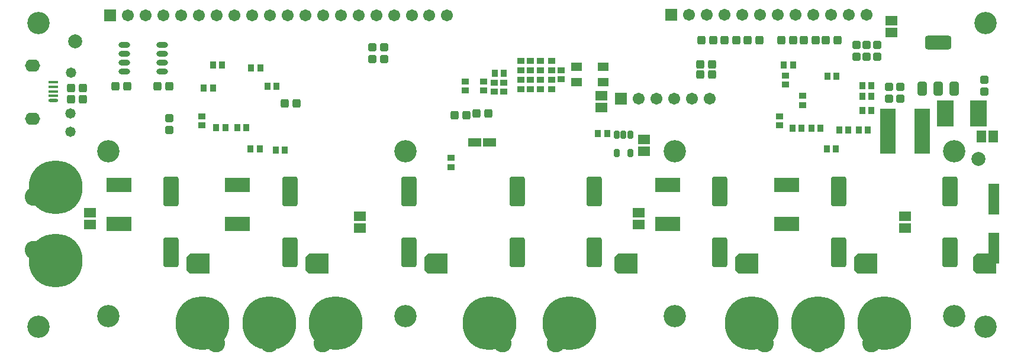
<source format=gbs>
G04*
G04 #@! TF.GenerationSoftware,Altium Limited,Altium Designer,22.0.2 (36)*
G04*
G04 Layer_Color=16711935*
%FSLAX25Y25*%
%MOIN*%
G70*
G04*
G04 #@! TF.SameCoordinates,06085A55-5152-446A-B416-8F2777D31781*
G04*
G04*
G04 #@! TF.FilePolarity,Negative*
G04*
G01*
G75*
%ADD45R,0.07493X0.04737*%
%ADD46C,0.07874*%
G04:AMPARAMS|DCode=47|XSize=47.37mil|YSize=43.43mil|CornerRadius=8.43mil|HoleSize=0mil|Usage=FLASHONLY|Rotation=180.000|XOffset=0mil|YOffset=0mil|HoleType=Round|Shape=RoundedRectangle|*
%AMROUNDEDRECTD47*
21,1,0.04737,0.02657,0,0,180.0*
21,1,0.03051,0.04343,0,0,180.0*
1,1,0.01686,-0.01526,0.01329*
1,1,0.01686,0.01526,0.01329*
1,1,0.01686,0.01526,-0.01329*
1,1,0.01686,-0.01526,-0.01329*
%
%ADD47ROUNDEDRECTD47*%
G04:AMPARAMS|DCode=48|XSize=47.37mil|YSize=43.43mil|CornerRadius=8.43mil|HoleSize=0mil|Usage=FLASHONLY|Rotation=270.000|XOffset=0mil|YOffset=0mil|HoleType=Round|Shape=RoundedRectangle|*
%AMROUNDEDRECTD48*
21,1,0.04737,0.02657,0,0,270.0*
21,1,0.03051,0.04343,0,0,270.0*
1,1,0.01686,-0.01329,-0.01526*
1,1,0.01686,-0.01329,0.01526*
1,1,0.01686,0.01329,0.01526*
1,1,0.01686,0.01329,-0.01526*
%
%ADD48ROUNDEDRECTD48*%
%ADD57R,0.03556X0.04147*%
%ADD58R,0.04147X0.03556*%
%ADD61O,0.08500X0.06900*%
%ADD62C,0.06706*%
%ADD63C,0.30328*%
%ADD64C,0.12611*%
%ADD65R,0.06706X0.06706*%
%ADD66C,0.10249*%
%ADD109R,0.06299X0.17717*%
%ADD110R,0.05500X0.01800*%
%ADD111O,0.05500X0.01800*%
%ADD112R,0.05721X0.06509*%
%ADD113R,0.09658X0.14580*%
G04:AMPARAMS|DCode=114|XSize=145.8mil|YSize=76.9mil|CornerRadius=12.61mil|HoleSize=0mil|Usage=FLASHONLY|Rotation=180.000|XOffset=0mil|YOffset=0mil|HoleType=Round|Shape=RoundedRectangle|*
%AMROUNDEDRECTD114*
21,1,0.14580,0.05167,0,0,180.0*
21,1,0.12057,0.07690,0,0,180.0*
1,1,0.02522,-0.06029,0.02584*
1,1,0.02522,0.06029,0.02584*
1,1,0.02522,0.06029,-0.02584*
1,1,0.02522,-0.06029,-0.02584*
%
%ADD114ROUNDEDRECTD114*%
G04:AMPARAMS|DCode=115|XSize=51.31mil|YSize=76.9mil|CornerRadius=9.41mil|HoleSize=0mil|Usage=FLASHONLY|Rotation=180.000|XOffset=0mil|YOffset=0mil|HoleType=Round|Shape=RoundedRectangle|*
%AMROUNDEDRECTD115*
21,1,0.05131,0.05807,0,0,180.0*
21,1,0.03248,0.07690,0,0,180.0*
1,1,0.01883,-0.01624,0.02904*
1,1,0.01883,0.01624,0.02904*
1,1,0.01883,0.01624,-0.02904*
1,1,0.01883,-0.01624,-0.02904*
%
%ADD115ROUNDEDRECTD115*%
G04:AMPARAMS|DCode=116|XSize=51.31mil|YSize=76.9mil|CornerRadius=9.41mil|HoleSize=0mil|Usage=FLASHONLY|Rotation=180.000|XOffset=0mil|YOffset=0mil|HoleType=Round|Shape=RoundedRectangle|*
%AMROUNDEDRECTD116*
21,1,0.05131,0.05807,0,0,180.0*
21,1,0.03248,0.07690,0,0,180.0*
1,1,0.01883,-0.01624,0.02904*
1,1,0.01883,0.01624,0.02904*
1,1,0.01883,0.01624,-0.02904*
1,1,0.01883,-0.01624,-0.02904*
%
%ADD116ROUNDEDRECTD116*%
%ADD117R,0.06509X0.05721*%
G04:AMPARAMS|DCode=118|XSize=31.62mil|YSize=47.37mil|CornerRadius=6.95mil|HoleSize=0mil|Usage=FLASHONLY|Rotation=0.000|XOffset=0mil|YOffset=0mil|HoleType=Round|Shape=RoundedRectangle|*
%AMROUNDEDRECTD118*
21,1,0.03162,0.03347,0,0,0.0*
21,1,0.01772,0.04737,0,0,0.0*
1,1,0.01391,0.00886,-0.01673*
1,1,0.01391,-0.00886,-0.01673*
1,1,0.01391,-0.00886,0.01673*
1,1,0.01391,0.00886,0.01673*
%
%ADD118ROUNDEDRECTD118*%
G04:AMPARAMS|DCode=119|XSize=86.74mil|YSize=169.42mil|CornerRadius=13.84mil|HoleSize=0mil|Usage=FLASHONLY|Rotation=180.000|XOffset=0mil|YOffset=0mil|HoleType=Round|Shape=RoundedRectangle|*
%AMROUNDEDRECTD119*
21,1,0.08674,0.14173,0,0,180.0*
21,1,0.05906,0.16942,0,0,180.0*
1,1,0.02769,-0.02953,0.07087*
1,1,0.02769,0.02953,0.07087*
1,1,0.02769,0.02953,-0.07087*
1,1,0.02769,-0.02953,-0.07087*
%
%ADD119ROUNDEDRECTD119*%
%ADD120R,0.14383X0.07887*%
%ADD121R,0.06312X0.04737*%
%ADD122R,0.08595X0.25288*%
%ADD123C,0.05800*%
%ADD124O,0.06509X0.03162*%
G36*
X93307Y55118D02*
X93307Y47638D01*
X95276Y45669D01*
X106299Y45669D01*
Y57087D01*
X98425D01*
X95276Y57086D01*
X93307Y55118D01*
D02*
G37*
G36*
X160236D02*
X160236Y47638D01*
X162205Y45669D01*
X173228Y45669D01*
Y57087D01*
X165354D01*
X162205Y57086D01*
X160236Y55118D01*
D02*
G37*
G36*
X227165Y55118D02*
X227165Y47638D01*
X229134Y45669D01*
X240157Y45669D01*
Y57086D01*
X232283D01*
X229134Y57086D01*
X227165Y55118D01*
D02*
G37*
G36*
X334252Y55118D02*
X334252Y47638D01*
X336221Y45669D01*
X347244Y45669D01*
Y57086D01*
X339370D01*
X336221Y57086D01*
X334252Y55118D01*
D02*
G37*
G36*
X402362Y55118D02*
X402362Y47638D01*
X404331Y45669D01*
X415354Y45669D01*
Y57087D01*
X407480D01*
X404331Y57086D01*
X402362Y55118D01*
D02*
G37*
G36*
X469291D02*
X469291Y47638D01*
X471260Y45669D01*
X482283Y45669D01*
Y57087D01*
X474409D01*
X471260Y57086D01*
X469291Y55118D01*
D02*
G37*
G36*
X536221Y55118D02*
X536220Y47638D01*
X538189Y45669D01*
X549213Y45669D01*
Y57086D01*
X541338D01*
X538189Y57086D01*
X536221Y55118D01*
D02*
G37*
D45*
X255709Y119685D02*
D03*
X263976D02*
D03*
D46*
X539370Y110236D02*
D03*
X30709Y176772D02*
D03*
D47*
X198031Y173425D02*
D03*
Y166732D02*
D03*
X204724Y173425D02*
D03*
Y166732D02*
D03*
X83465Y126575D02*
D03*
Y133268D02*
D03*
X495275Y144291D02*
D03*
Y150984D02*
D03*
X488976Y144291D02*
D03*
Y150984D02*
D03*
X482283Y167913D02*
D03*
Y174606D02*
D03*
X476378D02*
D03*
Y167913D02*
D03*
X470472Y174606D02*
D03*
Y167913D02*
D03*
X542520Y148228D02*
D03*
Y154921D02*
D03*
D48*
X389173Y163779D02*
D03*
X382480D02*
D03*
X389173Y157874D02*
D03*
X382480D02*
D03*
X453346Y177165D02*
D03*
X460039D02*
D03*
X440748Y177253D02*
D03*
X447441D02*
D03*
X428150Y177165D02*
D03*
X434842D02*
D03*
X415945Y177165D02*
D03*
X409252D02*
D03*
X402953Y177165D02*
D03*
X396260D02*
D03*
X389961Y177165D02*
D03*
X383268D02*
D03*
X53346Y151181D02*
D03*
X60039D02*
D03*
X263189Y135827D02*
D03*
X256496D02*
D03*
X250984Y135039D02*
D03*
X244291D02*
D03*
X148622Y141732D02*
D03*
X155315D02*
D03*
X34843Y144094D02*
D03*
X28150D02*
D03*
X34843Y150394D02*
D03*
X28150D02*
D03*
X76969Y151181D02*
D03*
X83661D02*
D03*
D57*
X330118Y124803D02*
D03*
X325000D02*
D03*
X266732Y158661D02*
D03*
X271850D02*
D03*
X478937Y151575D02*
D03*
X473819D02*
D03*
X478937Y137795D02*
D03*
X473819D02*
D03*
X478937Y145669D02*
D03*
X473819D02*
D03*
X471850Y126772D02*
D03*
X476968D02*
D03*
X460827D02*
D03*
X465945D02*
D03*
X453740Y116142D02*
D03*
X458858D02*
D03*
X459252Y157087D02*
D03*
X454134D02*
D03*
X445079Y127559D02*
D03*
X450197D02*
D03*
X429724Y163386D02*
D03*
X434842D02*
D03*
X439567Y127559D02*
D03*
X434449D02*
D03*
X143504Y115354D02*
D03*
X148622D02*
D03*
X129331Y116142D02*
D03*
X134449D02*
D03*
X138779Y151181D02*
D03*
X143898D02*
D03*
X134843Y161811D02*
D03*
X129724D02*
D03*
X121850Y127953D02*
D03*
X126969D02*
D03*
X108071Y163386D02*
D03*
X113189D02*
D03*
X115157Y127953D02*
D03*
X110039D02*
D03*
X102953Y150394D02*
D03*
X108071D02*
D03*
D58*
X260630Y154134D02*
D03*
Y149016D02*
D03*
X287008Y165551D02*
D03*
Y160433D02*
D03*
X292520Y165551D02*
D03*
Y160433D02*
D03*
X298819Y154921D02*
D03*
Y149803D02*
D03*
X287008Y154921D02*
D03*
Y149803D02*
D03*
X281496Y160433D02*
D03*
Y165551D02*
D03*
X298819D02*
D03*
Y160433D02*
D03*
X281496Y149803D02*
D03*
Y154921D02*
D03*
X292520Y149803D02*
D03*
Y154921D02*
D03*
X304331Y155315D02*
D03*
Y160433D02*
D03*
X272047Y153347D02*
D03*
Y148228D02*
D03*
X440158Y140748D02*
D03*
Y145866D02*
D03*
X430709Y157283D02*
D03*
Y152165D02*
D03*
X427165Y129331D02*
D03*
Y134449D02*
D03*
X250394Y154134D02*
D03*
Y149016D02*
D03*
X101969Y129331D02*
D03*
Y134449D02*
D03*
X266535Y153347D02*
D03*
Y148228D02*
D03*
X242126Y105709D02*
D03*
Y110827D02*
D03*
D61*
X6710Y133143D02*
D03*
Y162943D02*
D03*
D62*
X348031Y144488D02*
D03*
X388032Y144488D02*
D03*
X378032D02*
D03*
X368032D02*
D03*
X358032D02*
D03*
X60394Y191339D02*
D03*
X70394D02*
D03*
X80394D02*
D03*
X90394D02*
D03*
X100394D02*
D03*
X110394D02*
D03*
X120394D02*
D03*
X130394D02*
D03*
X140394D02*
D03*
X150394D02*
D03*
X160394D02*
D03*
X170394D02*
D03*
X180394D02*
D03*
X190394D02*
D03*
X200394D02*
D03*
X210394D02*
D03*
X376142Y191732D02*
D03*
X386142D02*
D03*
X396142D02*
D03*
X406142D02*
D03*
X416142D02*
D03*
X426142D02*
D03*
X436142D02*
D03*
X446142D02*
D03*
X456142D02*
D03*
X466142D02*
D03*
X476142D02*
D03*
X220394Y191339D02*
D03*
X230000D02*
D03*
X240000D02*
D03*
D63*
X139764Y17717D02*
D03*
X102362D02*
D03*
X177165D02*
D03*
X486221D02*
D03*
X263779Y17717D02*
D03*
X411417Y17717D02*
D03*
X448819D02*
D03*
X309055Y17717D02*
D03*
X19685Y94488D02*
D03*
X19685Y53150D02*
D03*
D64*
X216535Y114567D02*
D03*
X49213D02*
D03*
X9843Y15748D02*
D03*
X216535Y21654D02*
D03*
X525591Y114567D02*
D03*
X543307Y187008D02*
D03*
X525591Y21654D02*
D03*
X49213D02*
D03*
X9843Y187008D02*
D03*
X368110Y114567D02*
D03*
Y21654D02*
D03*
X543307Y15748D02*
D03*
D65*
X338032Y144488D02*
D03*
X50394Y191339D02*
D03*
X366142Y191732D02*
D03*
D66*
X418898Y6299D02*
D03*
X448898D02*
D03*
X478898D02*
D03*
X109843D02*
D03*
X139842D02*
D03*
X169843D02*
D03*
X7087Y58976D02*
D03*
Y88976D02*
D03*
X301260Y6299D02*
D03*
X271260D02*
D03*
D109*
X548032Y87598D02*
D03*
Y60039D02*
D03*
D110*
X18110Y150984D02*
D03*
Y148425D02*
D03*
Y153543D02*
D03*
Y145866D02*
D03*
D111*
Y143307D02*
D03*
D112*
X547441Y122835D02*
D03*
X540748D02*
D03*
D113*
X520571Y135827D02*
D03*
X539272D02*
D03*
D114*
X516535Y175984D02*
D03*
D115*
X507480Y150000D02*
D03*
X516535D02*
D03*
D116*
X525591D02*
D03*
D117*
X490158Y188386D02*
D03*
Y181693D02*
D03*
X38976Y80118D02*
D03*
Y73425D02*
D03*
X498031Y78149D02*
D03*
Y71457D02*
D03*
X348031Y80118D02*
D03*
Y73425D02*
D03*
X350787Y114764D02*
D03*
Y121457D02*
D03*
X190945Y78149D02*
D03*
Y71457D02*
D03*
X326772Y145866D02*
D03*
Y139173D02*
D03*
D118*
X335630Y113779D02*
D03*
X343110Y124016D02*
D03*
X339370D02*
D03*
X335630D02*
D03*
X343110Y113779D02*
D03*
D119*
X393701Y57677D02*
D03*
Y91929D02*
D03*
X151575Y57677D02*
D03*
Y91929D02*
D03*
X523228Y57677D02*
D03*
Y91929D02*
D03*
X279527Y57677D02*
D03*
Y91929D02*
D03*
X322834Y57677D02*
D03*
Y91929D02*
D03*
X460630Y57677D02*
D03*
Y91929D02*
D03*
X218504Y57677D02*
D03*
Y91929D02*
D03*
X84645Y57677D02*
D03*
Y91929D02*
D03*
D120*
X431102Y95571D02*
D03*
Y73721D02*
D03*
X364173Y95571D02*
D03*
Y73721D02*
D03*
X122047Y95571D02*
D03*
Y73721D02*
D03*
X55118Y95571D02*
D03*
Y73721D02*
D03*
D121*
X327953Y162205D02*
D03*
X312992D02*
D03*
X327953Y153543D02*
D03*
X312992D02*
D03*
D122*
X507717Y125984D02*
D03*
X488346D02*
D03*
D123*
X27953Y135827D02*
D03*
X28346Y159055D02*
D03*
X27953Y125591D02*
D03*
D124*
X58169Y159823D02*
D03*
Y164823D02*
D03*
Y169823D02*
D03*
X79626Y164823D02*
D03*
Y169823D02*
D03*
Y159823D02*
D03*
X58169Y174823D02*
D03*
X79626D02*
D03*
M02*

</source>
